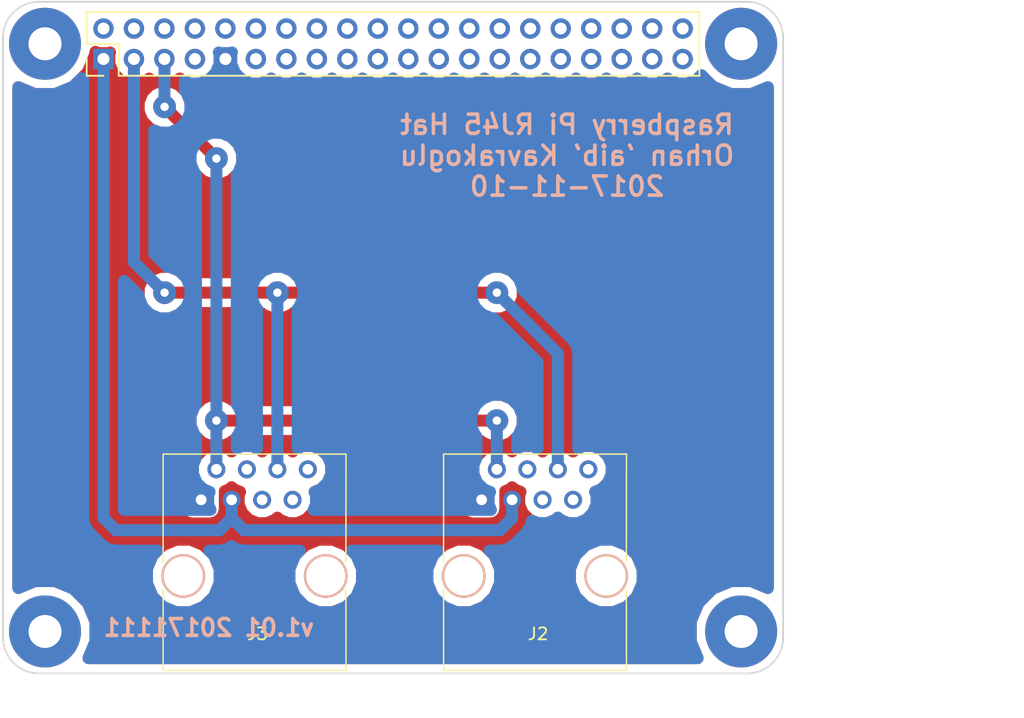
<source format=kicad_pcb>
(kicad_pcb (version 4) (host pcbnew 4.0.7-e2-6376~58~ubuntu17.04.1)

  (general
    (links 8)
    (no_connects 0)
    (area 148.514999 49.334999 213.665001 105.485001)
    (thickness 1.6)
    (drawings 12)
    (tracks 40)
    (zones 0)
    (modules 3)
    (nets 49)
  )

  (page A4)
  (layers
    (0 F.Cu signal)
    (31 B.Cu signal)
    (32 B.Adhes user)
    (33 F.Adhes user)
    (34 B.Paste user)
    (35 F.Paste user)
    (36 B.SilkS user)
    (37 F.SilkS user)
    (38 B.Mask user)
    (39 F.Mask user)
    (40 Dwgs.User user)
    (41 Cmts.User user)
    (42 Eco1.User user)
    (43 Eco2.User user)
    (44 Edge.Cuts user)
    (45 Margin user)
    (46 B.CrtYd user)
    (47 F.CrtYd user)
    (48 B.Fab user)
    (49 F.Fab user)
  )

  (setup
    (last_trace_width 1)
    (trace_clearance 0.6)
    (zone_clearance 0.7)
    (zone_45_only no)
    (trace_min 0.2)
    (segment_width 0.2)
    (edge_width 0.15)
    (via_size 1.9)
    (via_drill 0.7)
    (via_min_size 0.4)
    (via_min_drill 0.3)
    (uvia_size 0.3)
    (uvia_drill 0.1)
    (uvias_allowed no)
    (uvia_min_size 0.2)
    (uvia_min_drill 0.1)
    (pcb_text_width 0.3)
    (pcb_text_size 1.5 1.5)
    (mod_edge_width 0.15)
    (mod_text_size 1 1)
    (mod_text_width 0.15)
    (pad_size 1.524 1.524)
    (pad_drill 0.762)
    (pad_to_mask_clearance 0.2)
    (aux_axis_origin 148.59 105.41)
    (grid_origin 148.59 105.41)
    (visible_elements FFFFFF7F)
    (pcbplotparams
      (layerselection 0x00030_80000001)
      (usegerberextensions false)
      (excludeedgelayer true)
      (linewidth 0.100000)
      (plotframeref false)
      (viasonmask false)
      (mode 1)
      (useauxorigin false)
      (hpglpennumber 1)
      (hpglpenspeed 20)
      (hpglpendiameter 15)
      (hpglpenoverlay 2)
      (psnegative false)
      (psa4output false)
      (plotreference true)
      (plotvalue true)
      (plotinvisibletext false)
      (padsonsilk false)
      (subtractmaskfromsilk false)
      (outputformat 1)
      (mirror false)
      (drillshape 1)
      (scaleselection 1)
      (outputdirectory ""))
  )

  (net 0 "")
  (net 1 VCC)
  (net 2 "Net-(J1-Pad2)")
  (net 3 /SDA)
  (net 4 "Net-(J1-Pad4)")
  (net 5 /SCL)
  (net 6 GND)
  (net 7 "Net-(J1-Pad7)")
  (net 8 "Net-(J1-Pad8)")
  (net 9 "Net-(J1-Pad10)")
  (net 10 "Net-(J1-Pad11)")
  (net 11 "Net-(J1-Pad12)")
  (net 12 "Net-(J1-Pad13)")
  (net 13 "Net-(J1-Pad14)")
  (net 14 "Net-(J1-Pad15)")
  (net 15 "Net-(J1-Pad16)")
  (net 16 "Net-(J1-Pad17)")
  (net 17 "Net-(J1-Pad18)")
  (net 18 "Net-(J1-Pad19)")
  (net 19 "Net-(J1-Pad20)")
  (net 20 "Net-(J1-Pad21)")
  (net 21 "Net-(J1-Pad22)")
  (net 22 "Net-(J1-Pad23)")
  (net 23 "Net-(J1-Pad24)")
  (net 24 "Net-(J1-Pad25)")
  (net 25 "Net-(J1-Pad26)")
  (net 26 "Net-(J1-Pad27)")
  (net 27 "Net-(J1-Pad28)")
  (net 28 "Net-(J1-Pad29)")
  (net 29 "Net-(J1-Pad30)")
  (net 30 "Net-(J1-Pad31)")
  (net 31 "Net-(J1-Pad32)")
  (net 32 "Net-(J1-Pad33)")
  (net 33 "Net-(J1-Pad34)")
  (net 34 "Net-(J1-Pad35)")
  (net 35 "Net-(J1-Pad36)")
  (net 36 "Net-(J1-Pad37)")
  (net 37 "Net-(J1-Pad38)")
  (net 38 "Net-(J1-Pad39)")
  (net 39 "Net-(J1-Pad40)")
  (net 40 "Net-(J2-Pad4)")
  (net 41 "Net-(J2-Pad5)")
  (net 42 "Net-(J2-Pad7)")
  (net 43 "Net-(J2-Pad8)")
  (net 44 "Net-(J3-Pad4)")
  (net 45 "Net-(J3-Pad5)")
  (net 46 "Net-(J3-Pad7)")
  (net 47 "Net-(J3-Pad8)")
  (net 48 "Net-(J1-Pad6)")

  (net_class Default "This is the default net class."
    (clearance 0.6)
    (trace_width 1)
    (via_dia 1.9)
    (via_drill 0.7)
    (uvia_dia 0.3)
    (uvia_drill 0.1)
    (add_net /SCL)
    (add_net /SDA)
    (add_net GND)
    (add_net "Net-(J1-Pad10)")
    (add_net "Net-(J1-Pad11)")
    (add_net "Net-(J1-Pad12)")
    (add_net "Net-(J1-Pad13)")
    (add_net "Net-(J1-Pad14)")
    (add_net "Net-(J1-Pad15)")
    (add_net "Net-(J1-Pad16)")
    (add_net "Net-(J1-Pad17)")
    (add_net "Net-(J1-Pad18)")
    (add_net "Net-(J1-Pad19)")
    (add_net "Net-(J1-Pad2)")
    (add_net "Net-(J1-Pad20)")
    (add_net "Net-(J1-Pad21)")
    (add_net "Net-(J1-Pad22)")
    (add_net "Net-(J1-Pad23)")
    (add_net "Net-(J1-Pad24)")
    (add_net "Net-(J1-Pad25)")
    (add_net "Net-(J1-Pad26)")
    (add_net "Net-(J1-Pad27)")
    (add_net "Net-(J1-Pad28)")
    (add_net "Net-(J1-Pad29)")
    (add_net "Net-(J1-Pad30)")
    (add_net "Net-(J1-Pad31)")
    (add_net "Net-(J1-Pad32)")
    (add_net "Net-(J1-Pad33)")
    (add_net "Net-(J1-Pad34)")
    (add_net "Net-(J1-Pad35)")
    (add_net "Net-(J1-Pad36)")
    (add_net "Net-(J1-Pad37)")
    (add_net "Net-(J1-Pad38)")
    (add_net "Net-(J1-Pad39)")
    (add_net "Net-(J1-Pad4)")
    (add_net "Net-(J1-Pad40)")
    (add_net "Net-(J1-Pad6)")
    (add_net "Net-(J1-Pad7)")
    (add_net "Net-(J1-Pad8)")
    (add_net "Net-(J2-Pad4)")
    (add_net "Net-(J2-Pad5)")
    (add_net "Net-(J2-Pad7)")
    (add_net "Net-(J2-Pad8)")
    (add_net "Net-(J3-Pad4)")
    (add_net "Net-(J3-Pad5)")
    (add_net "Net-(J3-Pad7)")
    (add_net "Net-(J3-Pad8)")
    (add_net VCC)
  )

  (module RaspberryPi:RaspberryPi_3_ModelB (layer F.Cu) (tedit 5A0B52C9) (tstamp 5A066B17)
    (at 148.59 105.41)
    (path /59F96A2F)
    (fp_text reference J1 (at 32.5 -28) (layer F.SilkS) hide
      (effects (font (size 1 1) (thickness 0.15)))
    )
    (fp_text value Conn_02x20_Odd_Even (at 32.5 -26.5) (layer F.Fab)
      (effects (font (size 1 1) (thickness 0.15)))
    )
    (fp_line (start 6.719 -55.421) (end 58.281 -55.421) (layer F.CrtYd) (width 0.15))
    (fp_line (start 58.281 -55.421) (end 58.281 -49.579) (layer F.CrtYd) (width 0.15))
    (fp_line (start 58.281 -49.579) (end 6.719 -49.579) (layer F.CrtYd) (width 0.15))
    (fp_line (start 6.719 -49.579) (end 6.719 -55.421) (layer F.CrtYd) (width 0.15))
    (fp_line (start 6.973 -51.23) (end 6.973 -49.833) (layer F.SilkS) (width 0.15))
    (fp_line (start 6.973 -49.833) (end 8.37 -49.833) (layer F.SilkS) (width 0.15))
    (fp_line (start 6.973 -55.167) (end 58.027 -55.167) (layer F.SilkS) (width 0.15))
    (fp_line (start 58.027 -55.167) (end 58.027 -49.833) (layer F.SilkS) (width 0.15))
    (fp_line (start 58.027 -49.833) (end 9.64 -49.833) (layer F.SilkS) (width 0.15))
    (fp_line (start 9.64 -49.833) (end 9.64 -52.5) (layer F.SilkS) (width 0.15))
    (fp_line (start 9.64 -52.5) (end 6.973 -52.5) (layer F.SilkS) (width 0.15))
    (fp_line (start 6.973 -52.5) (end 6.973 -55.167) (layer F.SilkS) (width 0.15))
    (fp_line (start 7.1 -49.96) (end 7.1 -55.04) (layer F.Fab) (width 0.15))
    (fp_line (start 7.1 -55.04) (end 57.9 -55.04) (layer F.Fab) (width 0.15))
    (fp_line (start 57.9 -55.04) (end 57.9 -49.96) (layer F.Fab) (width 0.15))
    (fp_line (start 57.9 -49.96) (end 7.1 -49.96) (layer F.Fab) (width 0.15))
    (fp_line (start 65 0) (end 0 0) (layer F.CrtYd) (width 0.15))
    (fp_line (start 0 0) (end 0 -56) (layer F.CrtYd) (width 0.15))
    (fp_line (start 0 -56) (end 65 -56) (layer F.CrtYd) (width 0.15))
    (fp_line (start 65 -56) (end 65 0) (layer F.CrtYd) (width 0.15))
    (fp_line (start 62 0) (end 3 0) (layer F.Fab) (width 0.15))
    (fp_line (start 65 -53) (end 65 -3) (layer F.Fab) (width 0.15))
    (fp_line (start 3 -56) (end 62 -56) (layer F.Fab) (width 0.15))
    (fp_line (start 0 -3) (end 0 -53) (layer F.Fab) (width 0.15))
    (fp_arc (start 3 -3) (end 3 0) (angle 90) (layer F.Fab) (width 0.15))
    (fp_arc (start 62 -3) (end 65 -3) (angle 90) (layer F.Fab) (width 0.15))
    (fp_arc (start 62 -53) (end 62 -56) (angle 90) (layer F.Fab) (width 0.15))
    (fp_arc (start 3 -53) (end 0 -53) (angle 90) (layer F.Fab) (width 0.15))
    (fp_line (start 0 0) (end 0 -56) (layer Dwgs.User) (width 0.15))
    (fp_line (start 0 -56) (end 85 -56) (layer Dwgs.User) (width 0.15))
    (fp_line (start 85 -56) (end 85 0) (layer Dwgs.User) (width 0.15))
    (fp_line (start 85 0) (end 0 0) (layer Dwgs.User) (width 0.15))
    (pad "" thru_hole circle (at 61.5 -3.5) (size 6 6) (drill 2.75) (layers *.Cu *.Mask))
    (pad "" thru_hole circle (at 61.5 -52.5) (size 6 6) (drill 2.75) (layers *.Cu *.Mask))
    (pad "" thru_hole circle (at 3.5 -3.5) (size 6 6) (drill 2.75) (layers *.Cu *.Mask))
    (pad "" thru_hole circle (at 3.5 -52.5) (size 6 6) (drill 2.75) (layers *.Cu *.Mask))
    (pad 1 thru_hole rect (at 8.37 -51.23) (size 1.7 1.7) (drill 1) (layers *.Cu *.Mask)
      (net 1 VCC))
    (pad 2 thru_hole circle (at 8.37 -53.77) (size 1.7 1.7) (drill 1) (layers *.Cu *.Mask)
      (net 2 "Net-(J1-Pad2)"))
    (pad 3 thru_hole circle (at 10.91 -51.23) (size 1.7 1.7) (drill 1) (layers *.Cu *.Mask)
      (net 3 /SDA))
    (pad 4 thru_hole circle (at 10.91 -53.77) (size 1.7 1.7) (drill 1) (layers *.Cu *.Mask)
      (net 4 "Net-(J1-Pad4)"))
    (pad 5 thru_hole circle (at 13.45 -51.23) (size 1.7 1.7) (drill 1) (layers *.Cu *.Mask)
      (net 5 /SCL))
    (pad 6 thru_hole circle (at 13.45 -53.77) (size 1.7 1.7) (drill 1) (layers *.Cu *.Mask)
      (net 48 "Net-(J1-Pad6)"))
    (pad 7 thru_hole circle (at 15.99 -51.23) (size 1.7 1.7) (drill 1) (layers *.Cu *.Mask)
      (net 7 "Net-(J1-Pad7)"))
    (pad 8 thru_hole circle (at 15.99 -53.77) (size 1.7 1.7) (drill 1) (layers *.Cu *.Mask)
      (net 8 "Net-(J1-Pad8)"))
    (pad 9 thru_hole circle (at 18.53 -51.23) (size 1.7 1.7) (drill 1) (layers *.Cu *.Mask)
      (net 6 GND))
    (pad 10 thru_hole circle (at 18.53 -53.77) (size 1.7 1.7) (drill 1) (layers *.Cu *.Mask)
      (net 9 "Net-(J1-Pad10)"))
    (pad 11 thru_hole circle (at 21.07 -51.23) (size 1.7 1.7) (drill 1) (layers *.Cu *.Mask)
      (net 10 "Net-(J1-Pad11)"))
    (pad 12 thru_hole circle (at 21.07 -53.77) (size 1.7 1.7) (drill 1) (layers *.Cu *.Mask)
      (net 11 "Net-(J1-Pad12)"))
    (pad 13 thru_hole circle (at 23.61 -51.23) (size 1.7 1.7) (drill 1) (layers *.Cu *.Mask)
      (net 12 "Net-(J1-Pad13)"))
    (pad 14 thru_hole circle (at 23.61 -53.77) (size 1.7 1.7) (drill 1) (layers *.Cu *.Mask)
      (net 13 "Net-(J1-Pad14)"))
    (pad 15 thru_hole circle (at 26.15 -51.23) (size 1.7 1.7) (drill 1) (layers *.Cu *.Mask)
      (net 14 "Net-(J1-Pad15)"))
    (pad 16 thru_hole circle (at 26.15 -53.77) (size 1.7 1.7) (drill 1) (layers *.Cu *.Mask)
      (net 15 "Net-(J1-Pad16)"))
    (pad 17 thru_hole circle (at 28.69 -51.23) (size 1.7 1.7) (drill 1) (layers *.Cu *.Mask)
      (net 16 "Net-(J1-Pad17)"))
    (pad 18 thru_hole circle (at 28.69 -53.77) (size 1.7 1.7) (drill 1) (layers *.Cu *.Mask)
      (net 17 "Net-(J1-Pad18)"))
    (pad 19 thru_hole circle (at 31.23 -51.23) (size 1.7 1.7) (drill 1) (layers *.Cu *.Mask)
      (net 18 "Net-(J1-Pad19)"))
    (pad 20 thru_hole circle (at 31.23 -53.77) (size 1.7 1.7) (drill 1) (layers *.Cu *.Mask)
      (net 19 "Net-(J1-Pad20)"))
    (pad 21 thru_hole circle (at 33.77 -51.23) (size 1.7 1.7) (drill 1) (layers *.Cu *.Mask)
      (net 20 "Net-(J1-Pad21)"))
    (pad 22 thru_hole circle (at 33.77 -53.77) (size 1.7 1.7) (drill 1) (layers *.Cu *.Mask)
      (net 21 "Net-(J1-Pad22)"))
    (pad 23 thru_hole circle (at 36.31 -51.23) (size 1.7 1.7) (drill 1) (layers *.Cu *.Mask)
      (net 22 "Net-(J1-Pad23)"))
    (pad 24 thru_hole circle (at 36.31 -53.77) (size 1.7 1.7) (drill 1) (layers *.Cu *.Mask)
      (net 23 "Net-(J1-Pad24)"))
    (pad 25 thru_hole circle (at 38.85 -51.23) (size 1.7 1.7) (drill 1) (layers *.Cu *.Mask)
      (net 24 "Net-(J1-Pad25)"))
    (pad 26 thru_hole circle (at 38.85 -53.77) (size 1.7 1.7) (drill 1) (layers *.Cu *.Mask)
      (net 25 "Net-(J1-Pad26)"))
    (pad 27 thru_hole circle (at 41.39 -51.23) (size 1.7 1.7) (drill 1) (layers *.Cu *.Mask)
      (net 26 "Net-(J1-Pad27)"))
    (pad 28 thru_hole circle (at 41.39 -53.77) (size 1.7 1.7) (drill 1) (layers *.Cu *.Mask)
      (net 27 "Net-(J1-Pad28)"))
    (pad 29 thru_hole circle (at 43.93 -51.23) (size 1.7 1.7) (drill 1) (layers *.Cu *.Mask)
      (net 28 "Net-(J1-Pad29)"))
    (pad 30 thru_hole circle (at 43.93 -53.77) (size 1.7 1.7) (drill 1) (layers *.Cu *.Mask)
      (net 29 "Net-(J1-Pad30)"))
    (pad 31 thru_hole circle (at 46.47 -51.23) (size 1.7 1.7) (drill 1) (layers *.Cu *.Mask)
      (net 30 "Net-(J1-Pad31)"))
    (pad 32 thru_hole circle (at 46.47 -53.77) (size 1.7 1.7) (drill 1) (layers *.Cu *.Mask)
      (net 31 "Net-(J1-Pad32)"))
    (pad 33 thru_hole circle (at 49.01 -51.23) (size 1.7 1.7) (drill 1) (layers *.Cu *.Mask)
      (net 32 "Net-(J1-Pad33)"))
    (pad 34 thru_hole circle (at 49.01 -53.77) (size 1.7 1.7) (drill 1) (layers *.Cu *.Mask)
      (net 33 "Net-(J1-Pad34)"))
    (pad 35 thru_hole circle (at 51.55 -51.23) (size 1.7 1.7) (drill 1) (layers *.Cu *.Mask)
      (net 34 "Net-(J1-Pad35)"))
    (pad 36 thru_hole circle (at 51.55 -53.77) (size 1.7 1.7) (drill 1) (layers *.Cu *.Mask)
      (net 35 "Net-(J1-Pad36)"))
    (pad 37 thru_hole circle (at 54.09 -51.23) (size 1.7 1.7) (drill 1) (layers *.Cu *.Mask)
      (net 36 "Net-(J1-Pad37)"))
    (pad 38 thru_hole circle (at 54.09 -53.77) (size 1.7 1.7) (drill 1) (layers *.Cu *.Mask)
      (net 37 "Net-(J1-Pad38)"))
    (pad 39 thru_hole circle (at 56.63 -51.23) (size 1.7 1.7) (drill 1) (layers *.Cu *.Mask)
      (net 38 "Net-(J1-Pad39)"))
    (pad 40 thru_hole circle (at 56.63 -53.77) (size 1.7 1.7) (drill 1) (layers *.Cu *.Mask)
      (net 39 "Net-(J1-Pad40)"))
  )

  (module Connectors:RJ45_8 (layer F.Cu) (tedit 0) (tstamp 5A0665D1)
    (at 188.468 90.932)
    (tags RJ45)
    (path /59F96B53)
    (fp_text reference J2 (at 4.7 11.18) (layer F.SilkS)
      (effects (font (size 1 1) (thickness 0.15)))
    )
    (fp_text value RJ45 (at 4.59 6.25) (layer F.Fab)
      (effects (font (size 1 1) (thickness 0.15)))
    )
    (fp_line (start -3.17 14.22) (end 12.07 14.22) (layer F.SilkS) (width 0.12))
    (fp_line (start 12.07 -3.81) (end 12.06 5.18) (layer F.SilkS) (width 0.12))
    (fp_line (start 12.07 -3.81) (end -3.17 -3.81) (layer F.SilkS) (width 0.12))
    (fp_line (start -3.17 -3.81) (end -3.17 5.19) (layer F.SilkS) (width 0.12))
    (fp_line (start 12.06 7.52) (end 12.07 14.22) (layer F.SilkS) (width 0.12))
    (fp_line (start -3.17 7.51) (end -3.17 14.22) (layer F.SilkS) (width 0.12))
    (fp_line (start -3.56 -4.06) (end 12.46 -4.06) (layer F.CrtYd) (width 0.05))
    (fp_line (start -3.56 -4.06) (end -3.56 14.47) (layer F.CrtYd) (width 0.05))
    (fp_line (start 12.46 14.47) (end 12.46 -4.06) (layer F.CrtYd) (width 0.05))
    (fp_line (start 12.46 14.47) (end -3.56 14.47) (layer F.CrtYd) (width 0.05))
    (pad Hole np_thru_hole circle (at 10.38 6.35) (size 3.65 3.65) (drill 3.25) (layers *.Cu *.SilkS *.Mask))
    (pad Hole np_thru_hole circle (at -1.49 6.35) (size 3.65 3.65) (drill 3.25) (layers *.Cu *.SilkS *.Mask))
    (pad 1 thru_hole rect (at 0 0) (size 1.5 1.5) (drill 0.9) (layers *.Cu *.Mask)
      (net 6 GND))
    (pad 2 thru_hole circle (at 1.27 -2.54) (size 1.5 1.5) (drill 0.9) (layers *.Cu *.Mask)
      (net 5 /SCL))
    (pad 3 thru_hole circle (at 2.54 0) (size 1.5 1.5) (drill 0.9) (layers *.Cu *.Mask)
      (net 1 VCC))
    (pad 4 thru_hole circle (at 3.81 -2.54) (size 1.5 1.5) (drill 0.9) (layers *.Cu *.Mask)
      (net 40 "Net-(J2-Pad4)"))
    (pad 5 thru_hole circle (at 5.08 0) (size 1.5 1.5) (drill 0.9) (layers *.Cu *.Mask)
      (net 41 "Net-(J2-Pad5)"))
    (pad 6 thru_hole circle (at 6.35 -2.54) (size 1.5 1.5) (drill 0.9) (layers *.Cu *.Mask)
      (net 3 /SDA))
    (pad 7 thru_hole circle (at 7.62 0) (size 1.5 1.5) (drill 0.9) (layers *.Cu *.Mask)
      (net 42 "Net-(J2-Pad7)"))
    (pad 8 thru_hole circle (at 8.89 -2.54) (size 1.5 1.5) (drill 0.9) (layers *.Cu *.Mask)
      (net 43 "Net-(J2-Pad8)"))
    (model ${KISYS3DMOD}/Connectors.3dshapes/RJ45_8.wrl
      (at (xyz 0.18 -0.25 0))
      (scale (xyz 0.4 0.4 0.4))
      (rotate (xyz 0 0 0))
    )
  )

  (module Connectors:RJ45_8 (layer F.Cu) (tedit 0) (tstamp 5A0665DF)
    (at 165.1 90.932)
    (tags RJ45)
    (path /59F972F9)
    (fp_text reference J3 (at 4.7 11.18) (layer F.SilkS)
      (effects (font (size 1 1) (thickness 0.15)))
    )
    (fp_text value RJ45 (at 4.59 6.25) (layer F.Fab)
      (effects (font (size 1 1) (thickness 0.15)))
    )
    (fp_line (start -3.17 14.22) (end 12.07 14.22) (layer F.SilkS) (width 0.12))
    (fp_line (start 12.07 -3.81) (end 12.06 5.18) (layer F.SilkS) (width 0.12))
    (fp_line (start 12.07 -3.81) (end -3.17 -3.81) (layer F.SilkS) (width 0.12))
    (fp_line (start -3.17 -3.81) (end -3.17 5.19) (layer F.SilkS) (width 0.12))
    (fp_line (start 12.06 7.52) (end 12.07 14.22) (layer F.SilkS) (width 0.12))
    (fp_line (start -3.17 7.51) (end -3.17 14.22) (layer F.SilkS) (width 0.12))
    (fp_line (start -3.56 -4.06) (end 12.46 -4.06) (layer F.CrtYd) (width 0.05))
    (fp_line (start -3.56 -4.06) (end -3.56 14.47) (layer F.CrtYd) (width 0.05))
    (fp_line (start 12.46 14.47) (end 12.46 -4.06) (layer F.CrtYd) (width 0.05))
    (fp_line (start 12.46 14.47) (end -3.56 14.47) (layer F.CrtYd) (width 0.05))
    (pad Hole np_thru_hole circle (at 10.38 6.35) (size 3.65 3.65) (drill 3.25) (layers *.Cu *.SilkS *.Mask))
    (pad Hole np_thru_hole circle (at -1.49 6.35) (size 3.65 3.65) (drill 3.25) (layers *.Cu *.SilkS *.Mask))
    (pad 1 thru_hole rect (at 0 0) (size 1.5 1.5) (drill 0.9) (layers *.Cu *.Mask)
      (net 6 GND))
    (pad 2 thru_hole circle (at 1.27 -2.54) (size 1.5 1.5) (drill 0.9) (layers *.Cu *.Mask)
      (net 5 /SCL))
    (pad 3 thru_hole circle (at 2.54 0) (size 1.5 1.5) (drill 0.9) (layers *.Cu *.Mask)
      (net 1 VCC))
    (pad 4 thru_hole circle (at 3.81 -2.54) (size 1.5 1.5) (drill 0.9) (layers *.Cu *.Mask)
      (net 44 "Net-(J3-Pad4)"))
    (pad 5 thru_hole circle (at 5.08 0) (size 1.5 1.5) (drill 0.9) (layers *.Cu *.Mask)
      (net 45 "Net-(J3-Pad5)"))
    (pad 6 thru_hole circle (at 6.35 -2.54) (size 1.5 1.5) (drill 0.9) (layers *.Cu *.Mask)
      (net 3 /SDA))
    (pad 7 thru_hole circle (at 7.62 0) (size 1.5 1.5) (drill 0.9) (layers *.Cu *.Mask)
      (net 46 "Net-(J3-Pad7)"))
    (pad 8 thru_hole circle (at 8.89 -2.54) (size 1.5 1.5) (drill 0.9) (layers *.Cu *.Mask)
      (net 47 "Net-(J3-Pad8)"))
    (model ${KISYS3DMOD}/Connectors.3dshapes/RJ45_8.wrl
      (at (xyz 0.18 -0.25 0))
      (scale (xyz 0.4 0.4 0.4))
      (rotate (xyz 0 0 0))
    )
  )

  (gr_text "v1.01 20171111" (at 165.735 101.6) (layer B.SilkS)
    (effects (font (size 1.4 1.4) (thickness 0.3)) (justify mirror))
  )
  (gr_text "Raspberry Pi RJ45 Hat\nOrhan 'aib' Kavrakoglu\n2017-11-10" (at 195.58 62.23) (layer B.SilkS)
    (effects (font (size 1.6 1.6) (thickness 0.3)) (justify mirror))
  )
  (dimension 65 (width 0.3) (layer Margin)
    (gr_text "65.000 mm" (at 181.09 109.76) (layer Margin)
      (effects (font (size 1.5 1.5) (thickness 0.3)))
    )
    (feature1 (pts (xy 213.59 105.41) (xy 213.59 111.11)))
    (feature2 (pts (xy 148.59 105.41) (xy 148.59 111.11)))
    (crossbar (pts (xy 148.59 108.41) (xy 213.59 108.41)))
    (arrow1a (pts (xy 213.59 108.41) (xy 212.463496 108.996421)))
    (arrow1b (pts (xy 213.59 108.41) (xy 212.463496 107.823579)))
    (arrow2a (pts (xy 148.59 108.41) (xy 149.716504 108.996421)))
    (arrow2b (pts (xy 148.59 108.41) (xy 149.716504 107.823579)))
  )
  (dimension 56 (width 0.3) (layer Margin)
    (gr_text "56.000 mm" (at 217.94 77.41 90) (layer Margin)
      (effects (font (size 1.5 1.5) (thickness 0.3)))
    )
    (feature1 (pts (xy 213.59 49.41) (xy 219.29 49.41)))
    (feature2 (pts (xy 213.59 105.41) (xy 219.29 105.41)))
    (crossbar (pts (xy 216.59 105.41) (xy 216.59 49.41)))
    (arrow1a (pts (xy 216.59 49.41) (xy 217.176421 50.536504)))
    (arrow1b (pts (xy 216.59 49.41) (xy 216.003579 50.536504)))
    (arrow2a (pts (xy 216.59 105.41) (xy 217.176421 104.283496)))
    (arrow2b (pts (xy 216.59 105.41) (xy 216.003579 104.283496)))
  )
  (gr_line (start 213.59 52.41) (end 213.59 102.41) (angle 90) (layer Edge.Cuts) (width 0.15))
  (gr_line (start 151.59 49.41) (end 210.59 49.41) (angle 90) (layer Edge.Cuts) (width 0.15))
  (gr_line (start 148.59 102.41) (end 148.59 52.41) (angle 90) (layer Edge.Cuts) (width 0.15))
  (gr_line (start 210.59 105.41) (end 151.59 105.41) (angle 90) (layer Edge.Cuts) (width 0.15))
  (gr_arc (start 210.59 102.41) (end 213.59 102.41) (angle 90) (layer Edge.Cuts) (width 0.15))
  (gr_arc (start 210.59 52.41) (end 210.59 49.41) (angle 90) (layer Edge.Cuts) (width 0.15))
  (gr_arc (start 151.59 52.41) (end 148.59 52.41) (angle 90) (layer Edge.Cuts) (width 0.15))
  (gr_arc (start 151.59 102.41) (end 151.59 105.41) (angle 90) (layer Edge.Cuts) (width 0.15))

  (segment (start 167.64 92.456) (end 166.624 93.472) (width 1) (layer B.Cu) (net 1))
  (segment (start 156.972 92.456) (end 156.972 54.192) (width 1) (layer B.Cu) (net 1) (tstamp 5A06E996))
  (segment (start 157.988 93.472) (end 156.972 92.456) (width 1) (layer B.Cu) (net 1) (tstamp 5A06E995))
  (segment (start 166.624 93.472) (end 157.988 93.472) (width 1) (layer B.Cu) (net 1) (tstamp 5A06E994))
  (segment (start 156.972 54.192) (end 156.96 54.18) (width 1) (layer B.Cu) (net 1) (tstamp 5A06E997))
  (segment (start 156.972 54.192) (end 156.96 54.18) (width 1) (layer B.Cu) (net 1) (tstamp 5A06E98F))
  (segment (start 191.008 90.932) (end 191.008 92.456) (width 1) (layer B.Cu) (net 1))
  (segment (start 167.64 92.456) (end 167.64 90.932) (width 1) (layer B.Cu) (net 1) (tstamp 5A06E988))
  (segment (start 168.656 93.472) (end 167.64 92.456) (width 1) (layer B.Cu) (net 1) (tstamp 5A06E987))
  (segment (start 189.992 93.472) (end 168.656 93.472) (width 1) (layer B.Cu) (net 1) (tstamp 5A06E986))
  (segment (start 191.008 92.456) (end 189.992 93.472) (width 1) (layer B.Cu) (net 1) (tstamp 5A06E985))
  (segment (start 167.64 90.932) (end 167.64 91.186) (width 1) (layer B.Cu) (net 1) (status 30))
  (segment (start 191.008 90.932) (end 191.008 91.186) (width 1) (layer B.Cu) (net 1) (status 30))
  (segment (start 159.5 67.31) (end 159.5 71.108) (width 1) (layer B.Cu) (net 3))
  (via (at 162.052 73.66) (size 1.9) (drill 0.7) (layers F.Cu B.Cu) (net 3))
  (segment (start 159.5 71.108) (end 162.052 73.66) (width 1) (layer B.Cu) (net 3) (tstamp 5A06F08E))
  (via (at 189.738 73.66) (size 1.9) (drill 0.7) (layers F.Cu B.Cu) (net 3))
  (segment (start 194.818 78.74) (end 189.738 73.66) (width 1) (layer B.Cu) (net 3) (tstamp 5A06EF37))
  (segment (start 194.818 88.392) (end 194.818 78.74) (width 1) (layer B.Cu) (net 3))
  (segment (start 162.052 73.66) (end 171.45 73.66) (width 1) (layer F.Cu) (net 3) (tstamp 5A06F095))
  (segment (start 159.5 54.18) (end 159.5 67.31) (width 1) (layer B.Cu) (net 3))
  (segment (start 171.45 73.66) (end 189.738 73.66) (width 1) (layer F.Cu) (net 3))
  (segment (start 171.45 73.66) (end 171.45 80.264) (width 1) (layer B.Cu) (net 3) (tstamp 5A06EB58))
  (via (at 171.45 73.66) (size 1.9) (drill 0.7) (layers F.Cu B.Cu) (net 3))
  (segment (start 171.45 80.264) (end 171.45 88.392) (width 1) (layer B.Cu) (net 3))
  (segment (start 162.052 58.166) (end 166.37 62.484) (width 1) (layer F.Cu) (net 5))
  (segment (start 162.04 54.18) (end 162.04 58.154) (width 1) (layer B.Cu) (net 5))
  (via (at 162.052 58.166) (size 1.9) (drill 0.7) (layers F.Cu B.Cu) (net 5))
  (segment (start 162.04 58.154) (end 162.052 58.166) (width 1) (layer B.Cu) (net 5) (tstamp 5A06EAB1))
  (segment (start 166.37 62.484) (end 166.37 84.328) (width 1) (layer B.Cu) (net 5) (tstamp 5A06EB50))
  (via (at 166.37 62.484) (size 1.9) (drill 0.7) (layers F.Cu B.Cu) (net 5))
  (segment (start 189.738 84.328) (end 166.37 84.328) (width 1) (layer F.Cu) (net 5))
  (via (at 166.37 84.328) (size 1.9) (drill 0.7) (layers F.Cu B.Cu) (net 5))
  (segment (start 166.37 88.392) (end 166.37 84.328) (width 1) (layer B.Cu) (net 5))
  (via (at 189.738 84.328) (size 1.9) (drill 0.7) (layers F.Cu B.Cu) (net 5))
  (segment (start 189.738 84.328) (end 189.738 88.392) (width 1) (layer B.Cu) (net 5))
  (segment (start 165.1 90.932) (end 165.1 90.764) (width 1) (layer B.Cu) (net 6) (status 30))
  (segment (start 167.132 54.192) (end 167.12 54.18) (width 1) (layer B.Cu) (net 6) (tstamp 5A066DC0) (status 30))
  (segment (start 167.132 54.192) (end 167.12 54.18) (width 1) (layer B.Cu) (net 6) (tstamp 5A0669C7) (status 30))
  (segment (start 167.132 54.192) (end 167.12 54.18) (width 1) (layer B.Cu) (net 6) (tstamp 5A06699B) (status 30))

  (zone (net 6) (net_name GND) (layer B.Cu) (tstamp 5A066810) (hatch edge 0.508)
    (connect_pads yes (clearance 0.7))
    (min_thickness 1)
    (fill yes (arc_segments 16) (thermal_gap 0.7) (thermal_bridge_width 0.7))
    (polygon
      (pts
        (xy 148.59 49.41) (xy 213.59 49.41) (xy 213.59 105.41) (xy 148.59 105.41)
      )
    )
    (filled_polygon
      (pts
        (xy 167.610357 53.770441) (xy 167.609645 54.585981) (xy 167.921081 55.339715) (xy 168.497252 55.916892) (xy 169.250441 56.229643)
        (xy 170.065981 56.230355) (xy 170.819715 55.918919) (xy 170.929687 55.809139) (xy 171.037252 55.916892) (xy 171.790441 56.229643)
        (xy 172.605981 56.230355) (xy 173.359715 55.918919) (xy 173.469687 55.809139) (xy 173.577252 55.916892) (xy 174.330441 56.229643)
        (xy 175.145981 56.230355) (xy 175.899715 55.918919) (xy 176.009687 55.809139) (xy 176.117252 55.916892) (xy 176.870441 56.229643)
        (xy 177.685981 56.230355) (xy 178.439715 55.918919) (xy 178.549687 55.809139) (xy 178.657252 55.916892) (xy 179.410441 56.229643)
        (xy 180.225981 56.230355) (xy 180.979715 55.918919) (xy 181.089687 55.809139) (xy 181.197252 55.916892) (xy 181.950441 56.229643)
        (xy 182.765981 56.230355) (xy 183.519715 55.918919) (xy 183.629687 55.809139) (xy 183.737252 55.916892) (xy 184.490441 56.229643)
        (xy 185.305981 56.230355) (xy 186.059715 55.918919) (xy 186.169687 55.809139) (xy 186.277252 55.916892) (xy 187.030441 56.229643)
        (xy 187.845981 56.230355) (xy 188.599715 55.918919) (xy 188.709687 55.809139) (xy 188.817252 55.916892) (xy 189.570441 56.229643)
        (xy 190.385981 56.230355) (xy 191.139715 55.918919) (xy 191.249687 55.809139) (xy 191.357252 55.916892) (xy 192.110441 56.229643)
        (xy 192.925981 56.230355) (xy 193.679715 55.918919) (xy 193.789687 55.809139) (xy 193.897252 55.916892) (xy 194.650441 56.229643)
        (xy 195.465981 56.230355) (xy 196.219715 55.918919) (xy 196.329687 55.809139) (xy 196.437252 55.916892) (xy 197.190441 56.229643)
        (xy 198.005981 56.230355) (xy 198.759715 55.918919) (xy 198.869687 55.809139) (xy 198.977252 55.916892) (xy 199.730441 56.229643)
        (xy 200.545981 56.230355) (xy 201.299715 55.918919) (xy 201.409687 55.809139) (xy 201.517252 55.916892) (xy 202.270441 56.229643)
        (xy 203.085981 56.230355) (xy 203.839715 55.918919) (xy 203.949687 55.809139) (xy 204.057252 55.916892) (xy 204.810441 56.229643)
        (xy 205.625981 56.230355) (xy 206.379715 55.918919) (xy 206.770113 55.529201) (xy 207.707785 56.468511) (xy 209.250903 57.109269)
        (xy 210.921766 57.110728) (xy 212.315 56.535055) (xy 212.315 98.286208) (xy 210.929097 97.710731) (xy 209.258234 97.709272)
        (xy 207.713999 98.347337) (xy 206.531489 99.527785) (xy 205.890731 101.070903) (xy 205.889272 102.741766) (xy 206.464945 104.135)
        (xy 155.713792 104.135) (xy 156.289269 102.749097) (xy 156.290728 101.078234) (xy 155.652663 99.533999) (xy 154.472215 98.351489)
        (xy 152.929097 97.710731) (xy 151.258234 97.709272) (xy 149.865 98.284945) (xy 149.865 56.533792) (xy 151.250903 57.109269)
        (xy 152.921766 57.110728) (xy 154.466001 56.472663) (xy 155.163985 55.775896) (xy 155.232979 55.883117) (xy 155.272 55.909779)
        (xy 155.272 92.455995) (xy 155.271999 92.456) (xy 155.401405 93.106562) (xy 155.769918 93.658082) (xy 156.785918 94.674082)
        (xy 157.337438 95.042595) (xy 157.988 95.172001) (xy 157.988005 95.172) (xy 161.441952 95.172) (xy 161.047025 95.566238)
        (xy 160.585526 96.677651) (xy 160.584476 97.88107) (xy 161.044035 98.993286) (xy 161.894238 99.844975) (xy 163.005651 100.306474)
        (xy 164.20907 100.307524) (xy 165.321286 99.847965) (xy 166.172975 98.997762) (xy 166.634474 97.886349) (xy 166.635524 96.68293)
        (xy 166.175965 95.570714) (xy 165.777947 95.172) (xy 166.623995 95.172) (xy 166.624 95.172001) (xy 167.274562 95.042595)
        (xy 167.64 94.798418) (xy 168.005438 95.042595) (xy 168.656 95.172001) (xy 168.656005 95.172) (xy 173.311952 95.172)
        (xy 172.917025 95.566238) (xy 172.455526 96.677651) (xy 172.454476 97.88107) (xy 172.914035 98.993286) (xy 173.764238 99.844975)
        (xy 174.875651 100.306474) (xy 176.07907 100.307524) (xy 177.191286 99.847965) (xy 178.042975 98.997762) (xy 178.504474 97.886349)
        (xy 178.505524 96.68293) (xy 178.045965 95.570714) (xy 177.647947 95.172) (xy 184.809952 95.172) (xy 184.415025 95.566238)
        (xy 183.953526 96.677651) (xy 183.952476 97.88107) (xy 184.412035 98.993286) (xy 185.262238 99.844975) (xy 186.373651 100.306474)
        (xy 187.57707 100.307524) (xy 188.689286 99.847965) (xy 189.540975 98.997762) (xy 190.002474 97.886349) (xy 190.002478 97.88107)
        (xy 195.822476 97.88107) (xy 196.282035 98.993286) (xy 197.132238 99.844975) (xy 198.243651 100.306474) (xy 199.44707 100.307524)
        (xy 200.559286 99.847965) (xy 201.410975 98.997762) (xy 201.872474 97.886349) (xy 201.873524 96.68293) (xy 201.413965 95.570714)
        (xy 200.563762 94.719025) (xy 199.452349 94.257526) (xy 198.24893 94.256476) (xy 197.136714 94.716035) (xy 196.285025 95.566238)
        (xy 195.823526 96.677651) (xy 195.822476 97.88107) (xy 190.002478 97.88107) (xy 190.003524 96.68293) (xy 189.543965 95.570714)
        (xy 189.145947 95.172) (xy 189.991995 95.172) (xy 189.992 95.172001) (xy 190.642562 95.042595) (xy 191.194082 94.674082)
        (xy 192.210082 93.658082) (xy 192.578595 93.106562) (xy 192.664155 92.676425) (xy 193.158419 92.881661) (xy 193.934177 92.882338)
        (xy 194.651143 92.586094) (xy 194.81781 92.419718) (xy 194.981971 92.584166) (xy 195.698419 92.881661) (xy 196.474177 92.882338)
        (xy 197.191143 92.586094) (xy 197.740166 92.038029) (xy 198.037661 91.321581) (xy 198.038338 90.545823) (xy 197.923623 90.268192)
        (xy 198.461143 90.046094) (xy 199.010166 89.498029) (xy 199.307661 88.781581) (xy 199.308338 88.005823) (xy 199.012094 87.288857)
        (xy 198.464029 86.739834) (xy 197.747581 86.442339) (xy 196.971823 86.441662) (xy 196.518 86.629178) (xy 196.518 78.740005)
        (xy 196.518001 78.74) (xy 196.388595 78.089438) (xy 196.020082 77.537918) (xy 196.020079 77.537916) (xy 191.888222 73.406058)
        (xy 191.888372 73.234215) (xy 191.561744 72.443714) (xy 190.957467 71.838381) (xy 190.167538 71.510374) (xy 189.312215 71.509628)
        (xy 188.521714 71.836256) (xy 187.916381 72.440533) (xy 187.588374 73.230462) (xy 187.587628 74.085785) (xy 187.914256 74.876286)
        (xy 188.518533 75.481619) (xy 189.308462 75.809626) (xy 189.483615 75.809779) (xy 193.118 79.444163) (xy 193.118 86.629369)
        (xy 192.667581 86.442339) (xy 191.891823 86.441662) (xy 191.438 86.629178) (xy 191.438 85.668874) (xy 191.559619 85.547467)
        (xy 191.887626 84.757538) (xy 191.888372 83.902215) (xy 191.561744 83.111714) (xy 190.957467 82.506381) (xy 190.167538 82.178374)
        (xy 189.312215 82.177628) (xy 188.521714 82.504256) (xy 187.916381 83.108533) (xy 187.588374 83.898462) (xy 187.587628 84.753785)
        (xy 187.914256 85.544286) (xy 188.038 85.668246) (xy 188.038 87.401168) (xy 187.788339 88.002419) (xy 187.787662 88.778177)
        (xy 188.083906 89.495143) (xy 188.631971 90.044166) (xy 189.172102 90.268448) (xy 189.058339 90.542419) (xy 189.057662 91.318177)
        (xy 189.245178 91.772) (xy 174.482631 91.772) (xy 174.669661 91.321581) (xy 174.670338 90.545823) (xy 174.555623 90.268192)
        (xy 175.093143 90.046094) (xy 175.642166 89.498029) (xy 175.939661 88.781581) (xy 175.940338 88.005823) (xy 175.644094 87.288857)
        (xy 175.096029 86.739834) (xy 174.379581 86.442339) (xy 173.603823 86.441662) (xy 173.15 86.629178) (xy 173.15 75.000874)
        (xy 173.271619 74.879467) (xy 173.599626 74.089538) (xy 173.600372 73.234215) (xy 173.273744 72.443714) (xy 172.669467 71.838381)
        (xy 171.879538 71.510374) (xy 171.024215 71.509628) (xy 170.233714 71.836256) (xy 169.628381 72.440533) (xy 169.300374 73.230462)
        (xy 169.299628 74.085785) (xy 169.626256 74.876286) (xy 169.75 75.000246) (xy 169.75 86.629369) (xy 169.299581 86.442339)
        (xy 168.523823 86.441662) (xy 168.07 86.629178) (xy 168.07 85.668874) (xy 168.191619 85.547467) (xy 168.519626 84.757538)
        (xy 168.520372 83.902215) (xy 168.193744 83.111714) (xy 168.07 82.987754) (xy 168.07 63.824874) (xy 168.191619 63.703467)
        (xy 168.519626 62.913538) (xy 168.520372 62.058215) (xy 168.193744 61.267714) (xy 167.589467 60.662381) (xy 166.799538 60.334374)
        (xy 165.944215 60.333628) (xy 165.153714 60.660256) (xy 164.548381 61.264533) (xy 164.220374 62.054462) (xy 164.219628 62.909785)
        (xy 164.546256 63.700286) (xy 164.67 63.824246) (xy 164.67 82.987126) (xy 164.548381 83.108533) (xy 164.220374 83.898462)
        (xy 164.219628 84.753785) (xy 164.546256 85.544286) (xy 164.67 85.668246) (xy 164.67 87.401168) (xy 164.420339 88.002419)
        (xy 164.419662 88.778177) (xy 164.715906 89.495143) (xy 165.263971 90.044166) (xy 165.804102 90.268448) (xy 165.690339 90.542419)
        (xy 165.689662 91.318177) (xy 165.877178 91.772) (xy 158.692164 91.772) (xy 158.672 91.751836) (xy 158.672 72.684164)
        (xy 159.901778 73.913942) (xy 159.901628 74.085785) (xy 160.228256 74.876286) (xy 160.832533 75.481619) (xy 161.622462 75.809626)
        (xy 162.477785 75.810372) (xy 163.268286 75.483744) (xy 163.873619 74.879467) (xy 164.201626 74.089538) (xy 164.202372 73.234215)
        (xy 163.875744 72.443714) (xy 163.271467 71.838381) (xy 162.481538 71.510374) (xy 162.306385 71.510221) (xy 161.2 70.403836)
        (xy 161.2 60.140205) (xy 161.622462 60.315626) (xy 162.477785 60.316372) (xy 163.268286 59.989744) (xy 163.873619 59.385467)
        (xy 164.201626 58.595538) (xy 164.202372 57.740215) (xy 163.875744 56.949714) (xy 163.74 56.813733) (xy 163.74 56.050909)
        (xy 164.170441 56.229643) (xy 164.985981 56.230355) (xy 165.739715 55.918919) (xy 166.316892 55.342748) (xy 166.629643 54.589559)
        (xy 166.630355 53.774019) (xy 166.571685 53.632027) (xy 166.710441 53.689643) (xy 167.525981 53.690355) (xy 167.667973 53.631685)
      )
    )
  )
  (zone (net 1) (net_name VCC) (layer F.Cu) (tstamp 5A066983) (hatch edge 0.508)
    (connect_pads yes (clearance 0.7))
    (min_thickness 1)
    (fill yes (arc_segments 16) (thermal_gap 0.7) (thermal_bridge_width 0.7))
    (polygon
      (pts
        (xy 148.59 49.41) (xy 213.59 49.41) (xy 213.59 105.41) (xy 148.59 105.41)
      )
    )
    (filled_polygon
      (pts
        (xy 156.550441 53.689643) (xy 157.365981 53.690355) (xy 157.507973 53.631685) (xy 157.450357 53.770441) (xy 157.449645 54.585981)
        (xy 157.761081 55.339715) (xy 158.337252 55.916892) (xy 159.090441 56.229643) (xy 159.905981 56.230355) (xy 160.659715 55.918919)
        (xy 160.769687 55.809139) (xy 160.877252 55.916892) (xy 161.369994 56.121496) (xy 160.835714 56.342256) (xy 160.230381 56.946533)
        (xy 159.902374 57.736462) (xy 159.901628 58.591785) (xy 160.228256 59.382286) (xy 160.832533 59.987619) (xy 161.622462 60.315626)
        (xy 161.797615 60.315779) (xy 164.219778 62.737941) (xy 164.219628 62.909785) (xy 164.546256 63.700286) (xy 165.150533 64.305619)
        (xy 165.940462 64.633626) (xy 166.795785 64.634372) (xy 167.586286 64.307744) (xy 168.191619 63.703467) (xy 168.519626 62.913538)
        (xy 168.520372 62.058215) (xy 168.193744 61.267714) (xy 167.589467 60.662381) (xy 166.799538 60.334374) (xy 166.624384 60.334221)
        (xy 164.202222 57.912058) (xy 164.202372 57.740215) (xy 163.875744 56.949714) (xy 163.271467 56.344381) (xy 162.722101 56.116265)
        (xy 163.199715 55.918919) (xy 163.309687 55.809139) (xy 163.417252 55.916892) (xy 164.170441 56.229643) (xy 164.985981 56.230355)
        (xy 165.739715 55.918919) (xy 165.849687 55.809139) (xy 165.957252 55.916892) (xy 166.710441 56.229643) (xy 167.525981 56.230355)
        (xy 168.279715 55.918919) (xy 168.389687 55.809139) (xy 168.497252 55.916892) (xy 169.250441 56.229643) (xy 170.065981 56.230355)
        (xy 170.819715 55.918919) (xy 170.929687 55.809139) (xy 171.037252 55.916892) (xy 171.790441 56.229643) (xy 172.605981 56.230355)
        (xy 173.359715 55.918919) (xy 173.469687 55.809139) (xy 173.577252 55.916892) (xy 174.330441 56.229643) (xy 175.145981 56.230355)
        (xy 175.899715 55.918919) (xy 176.009687 55.809139) (xy 176.117252 55.916892) (xy 176.870441 56.229643) (xy 177.685981 56.230355)
        (xy 178.439715 55.918919) (xy 178.549687 55.809139) (xy 178.657252 55.916892) (xy 179.410441 56.229643) (xy 180.225981 56.230355)
        (xy 180.979715 55.918919) (xy 181.089687 55.809139) (xy 181.197252 55.916892) (xy 181.950441 56.229643) (xy 182.765981 56.230355)
        (xy 183.519715 55.918919) (xy 183.629687 55.809139) (xy 183.737252 55.916892) (xy 184.490441 56.229643) (xy 185.305981 56.230355)
        (xy 186.059715 55.918919) (xy 186.169687 55.809139) (xy 186.277252 55.916892) (xy 187.030441 56.229643) (xy 187.845981 56.230355)
        (xy 188.599715 55.918919) (xy 188.709687 55.809139) (xy 188.817252 55.916892) (xy 189.570441 56.229643) (xy 190.385981 56.230355)
        (xy 191.139715 55.918919) (xy 191.249687 55.809139) (xy 191.357252 55.916892) (xy 192.110441 56.229643) (xy 192.925981 56.230355)
        (xy 193.679715 55.918919) (xy 193.789687 55.809139) (xy 193.897252 55.916892) (xy 194.650441 56.229643) (xy 195.465981 56.230355)
        (xy 196.219715 55.918919) (xy 196.329687 55.809139) (xy 196.437252 55.916892) (xy 197.190441 56.229643) (xy 198.005981 56.230355)
        (xy 198.759715 55.918919) (xy 198.869687 55.809139) (xy 198.977252 55.916892) (xy 199.730441 56.229643) (xy 200.545981 56.230355)
        (xy 201.299715 55.918919) (xy 201.409687 55.809139) (xy 201.517252 55.916892) (xy 202.270441 56.229643) (xy 203.085981 56.230355)
        (xy 203.839715 55.918919) (xy 203.949687 55.809139) (xy 204.057252 55.916892) (xy 204.810441 56.229643) (xy 205.625981 56.230355)
        (xy 206.379715 55.918919) (xy 206.770113 55.529201) (xy 207.707785 56.468511) (xy 209.250903 57.109269) (xy 210.921766 57.110728)
        (xy 212.315 56.535055) (xy 212.315 98.286208) (xy 210.929097 97.710731) (xy 209.258234 97.709272) (xy 207.713999 98.347337)
        (xy 206.531489 99.527785) (xy 205.890731 101.070903) (xy 205.889272 102.741766) (xy 206.464945 104.135) (xy 155.713792 104.135)
        (xy 156.289269 102.749097) (xy 156.290728 101.078234) (xy 155.652663 99.533999) (xy 154.472215 98.351489) (xy 153.33932 97.88107)
        (xy 160.584476 97.88107) (xy 161.044035 98.993286) (xy 161.894238 99.844975) (xy 163.005651 100.306474) (xy 164.20907 100.307524)
        (xy 165.321286 99.847965) (xy 166.172975 98.997762) (xy 166.634474 97.886349) (xy 166.634478 97.88107) (xy 172.454476 97.88107)
        (xy 172.914035 98.993286) (xy 173.764238 99.844975) (xy 174.875651 100.306474) (xy 176.07907 100.307524) (xy 177.191286 99.847965)
        (xy 178.042975 98.997762) (xy 178.504474 97.886349) (xy 178.504478 97.88107) (xy 183.952476 97.88107) (xy 184.412035 98.993286)
        (xy 185.262238 99.844975) (xy 186.373651 100.306474) (xy 187.57707 100.307524) (xy 188.689286 99.847965) (xy 189.540975 98.997762)
        (xy 190.002474 97.886349) (xy 190.002478 97.88107) (xy 195.822476 97.88107) (xy 196.282035 98.993286) (xy 197.132238 99.844975)
        (xy 198.243651 100.306474) (xy 199.44707 100.307524) (xy 200.559286 99.847965) (xy 201.410975 98.997762) (xy 201.872474 97.886349)
        (xy 201.873524 96.68293) (xy 201.413965 95.570714) (xy 200.563762 94.719025) (xy 199.452349 94.257526) (xy 198.24893 94.256476)
        (xy 197.136714 94.716035) (xy 196.285025 95.566238) (xy 195.823526 96.677651) (xy 195.822476 97.88107) (xy 190.002478 97.88107)
        (xy 190.003524 96.68293) (xy 189.543965 95.570714) (xy 188.693762 94.719025) (xy 187.582349 94.257526) (xy 186.37893 94.256476)
        (xy 185.266714 94.716035) (xy 184.415025 95.566238) (xy 183.953526 96.677651) (xy 183.952476 97.88107) (xy 178.504478 97.88107)
        (xy 178.505524 96.68293) (xy 178.045965 95.570714) (xy 177.195762 94.719025) (xy 176.084349 94.257526) (xy 174.88093 94.256476)
        (xy 173.768714 94.716035) (xy 172.917025 95.566238) (xy 172.455526 96.677651) (xy 172.454476 97.88107) (xy 166.634478 97.88107)
        (xy 166.635524 96.68293) (xy 166.175965 95.570714) (xy 165.325762 94.719025) (xy 164.214349 94.257526) (xy 163.01093 94.256476)
        (xy 161.898714 94.716035) (xy 161.047025 95.566238) (xy 160.585526 96.677651) (xy 160.584476 97.88107) (xy 153.33932 97.88107)
        (xy 152.929097 97.710731) (xy 151.258234 97.709272) (xy 149.865 98.284945) (xy 149.865 90.182) (xy 163.126491 90.182)
        (xy 163.126491 91.682) (xy 163.210166 92.126693) (xy 163.472979 92.535117) (xy 163.873986 92.809114) (xy 164.35 92.905509)
        (xy 165.85 92.905509) (xy 166.294693 92.821834) (xy 166.703117 92.559021) (xy 166.977114 92.158014) (xy 167.073509 91.682)
        (xy 167.073509 90.211219) (xy 167.473143 90.046094) (xy 167.63981 89.879718) (xy 167.803971 90.044166) (xy 168.344102 90.268448)
        (xy 168.230339 90.542419) (xy 168.229662 91.318177) (xy 168.525906 92.035143) (xy 169.073971 92.584166) (xy 169.790419 92.881661)
        (xy 170.566177 92.882338) (xy 171.283143 92.586094) (xy 171.44981 92.419718) (xy 171.613971 92.584166) (xy 172.330419 92.881661)
        (xy 173.106177 92.882338) (xy 173.823143 92.586094) (xy 174.372166 92.038029) (xy 174.669661 91.321581) (xy 174.670338 90.545823)
        (xy 174.555623 90.268192) (xy 175.093143 90.046094) (xy 175.642166 89.498029) (xy 175.939661 88.781581) (xy 175.940338 88.005823)
        (xy 175.644094 87.288857) (xy 175.096029 86.739834) (xy 174.379581 86.442339) (xy 173.603823 86.441662) (xy 172.886857 86.737906)
        (xy 172.72019 86.904282) (xy 172.556029 86.739834) (xy 171.839581 86.442339) (xy 171.063823 86.441662) (xy 170.346857 86.737906)
        (xy 170.18019 86.904282) (xy 170.016029 86.739834) (xy 169.299581 86.442339) (xy 168.523823 86.441662) (xy 167.806857 86.737906)
        (xy 167.64019 86.904282) (xy 167.476029 86.739834) (xy 166.821134 86.467898) (xy 167.586286 86.151744) (xy 167.710246 86.028)
        (xy 188.397126 86.028) (xy 188.518533 86.149619) (xy 189.286677 86.46858) (xy 188.634857 86.737906) (xy 188.085834 87.285971)
        (xy 187.788339 88.002419) (xy 187.787662 88.778177) (xy 187.862166 88.958491) (xy 187.718 88.958491) (xy 187.273307 89.042166)
        (xy 186.864883 89.304979) (xy 186.590886 89.705986) (xy 186.494491 90.182) (xy 186.494491 91.682) (xy 186.578166 92.126693)
        (xy 186.840979 92.535117) (xy 187.241986 92.809114) (xy 187.718 92.905509) (xy 189.218 92.905509) (xy 189.662693 92.821834)
        (xy 190.071117 92.559021) (xy 190.345114 92.158014) (xy 190.441509 91.682) (xy 190.441509 90.211219) (xy 190.841143 90.046094)
        (xy 191.00781 89.879718) (xy 191.171971 90.044166) (xy 191.712102 90.268448) (xy 191.598339 90.542419) (xy 191.597662 91.318177)
        (xy 191.893906 92.035143) (xy 192.441971 92.584166) (xy 193.158419 92.881661) (xy 193.934177 92.882338) (xy 194.651143 92.586094)
        (xy 194.81781 92.419718) (xy 194.981971 92.584166) (xy 195.698419 92.881661) (xy 196.474177 92.882338) (xy 197.191143 92.586094)
        (xy 197.740166 92.038029) (xy 198.037661 91.321581) (xy 198.038338 90.545823) (xy 197.923623 90.268192) (xy 198.461143 90.046094)
        (xy 199.010166 89.498029) (xy 199.307661 88.781581) (xy 199.308338 88.005823) (xy 199.012094 87.288857) (xy 198.464029 86.739834)
        (xy 197.747581 86.442339) (xy 196.971823 86.441662) (xy 196.254857 86.737906) (xy 196.08819 86.904282) (xy 195.924029 86.739834)
        (xy 195.207581 86.442339) (xy 194.431823 86.441662) (xy 193.714857 86.737906) (xy 193.54819 86.904282) (xy 193.384029 86.739834)
        (xy 192.667581 86.442339) (xy 191.891823 86.441662) (xy 191.174857 86.737906) (xy 191.00819 86.904282) (xy 190.844029 86.739834)
        (xy 190.189134 86.467898) (xy 190.954286 86.151744) (xy 191.559619 85.547467) (xy 191.887626 84.757538) (xy 191.888372 83.902215)
        (xy 191.561744 83.111714) (xy 190.957467 82.506381) (xy 190.167538 82.178374) (xy 189.312215 82.177628) (xy 188.521714 82.504256)
        (xy 188.397754 82.628) (xy 167.710874 82.628) (xy 167.589467 82.506381) (xy 166.799538 82.178374) (xy 165.944215 82.177628)
        (xy 165.153714 82.504256) (xy 164.548381 83.108533) (xy 164.220374 83.898462) (xy 164.219628 84.753785) (xy 164.546256 85.544286)
        (xy 165.150533 86.149619) (xy 165.918677 86.46858) (xy 165.266857 86.737906) (xy 164.717834 87.285971) (xy 164.420339 88.002419)
        (xy 164.419662 88.778177) (xy 164.494166 88.958491) (xy 164.35 88.958491) (xy 163.905307 89.042166) (xy 163.496883 89.304979)
        (xy 163.222886 89.705986) (xy 163.126491 90.182) (xy 149.865 90.182) (xy 149.865 74.085785) (xy 159.901628 74.085785)
        (xy 160.228256 74.876286) (xy 160.832533 75.481619) (xy 161.622462 75.809626) (xy 162.477785 75.810372) (xy 163.268286 75.483744)
        (xy 163.392246 75.36) (xy 170.109126 75.36) (xy 170.230533 75.481619) (xy 171.020462 75.809626) (xy 171.875785 75.810372)
        (xy 172.666286 75.483744) (xy 172.790246 75.36) (xy 188.397126 75.36) (xy 188.518533 75.481619) (xy 189.308462 75.809626)
        (xy 190.163785 75.810372) (xy 190.954286 75.483744) (xy 191.559619 74.879467) (xy 191.887626 74.089538) (xy 191.888372 73.234215)
        (xy 191.561744 72.443714) (xy 190.957467 71.838381) (xy 190.167538 71.510374) (xy 189.312215 71.509628) (xy 188.521714 71.836256)
        (xy 188.397754 71.96) (xy 172.790874 71.96) (xy 172.669467 71.838381) (xy 171.879538 71.510374) (xy 171.024215 71.509628)
        (xy 170.233714 71.836256) (xy 170.109754 71.96) (xy 163.392874 71.96) (xy 163.271467 71.838381) (xy 162.481538 71.510374)
        (xy 161.626215 71.509628) (xy 160.835714 71.836256) (xy 160.230381 72.440533) (xy 159.902374 73.230462) (xy 159.901628 74.085785)
        (xy 149.865 74.085785) (xy 149.865 56.533792) (xy 151.250903 57.109269) (xy 152.921766 57.110728) (xy 154.466001 56.472663)
        (xy 155.648511 55.292215) (xy 156.289269 53.749097) (xy 156.289416 53.581256)
      )
    )
  )
)

</source>
